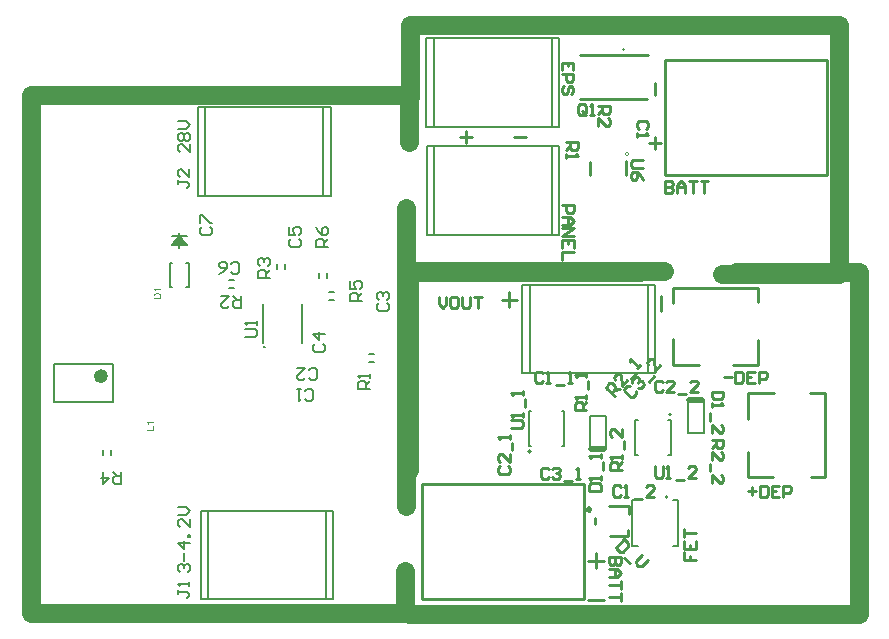
<source format=gto>
G04*
G04 #@! TF.GenerationSoftware,Altium Limited,Altium Designer,18.1.9 (240)*
G04*
G04 Layer_Color=65535*
%FSLAX44Y44*%
%MOMM*%
G71*
G01*
G75*
%ADD16C,0.2540*%
%ADD39C,1.6000*%
%ADD43C,0.1000*%
%ADD44C,0.1270*%
%ADD45C,0.6000*%
%ADD46C,0.2000*%
%ADD47C,0.1524*%
%ADD48C,0.5000*%
G36*
X110490Y273260D02*
Y272470D01*
X105477D01*
X105486Y272460D01*
X105525Y272421D01*
X105574Y272353D01*
X105642Y272265D01*
X105730Y272158D01*
X105818Y272031D01*
X105925Y271885D01*
X106023Y271719D01*
Y271709D01*
X106033Y271700D01*
X106072Y271641D01*
X106120Y271553D01*
X106179Y271446D01*
X106247Y271319D01*
X106306Y271183D01*
X106374Y271036D01*
X106433Y270900D01*
X105662D01*
Y270910D01*
X105652Y270929D01*
X105633Y270968D01*
X105603Y271007D01*
X105574Y271066D01*
X105545Y271134D01*
X105457Y271290D01*
X105350Y271465D01*
X105223Y271660D01*
X105077Y271856D01*
X104921Y272041D01*
X104911Y272051D01*
X104901Y272060D01*
X104843Y272119D01*
X104755Y272207D01*
X104648Y272314D01*
X104511Y272431D01*
X104365Y272548D01*
X104209Y272655D01*
X104053Y272743D01*
Y273260D01*
X110490D01*
D02*
G37*
G36*
X104092Y266784D02*
X104101Y266959D01*
X104121Y267154D01*
X104150Y267340D01*
X104179Y267496D01*
Y267505D01*
X104189Y267525D01*
Y267544D01*
X104209Y267584D01*
X104238Y267691D01*
X104287Y267818D01*
X104345Y267964D01*
X104423Y268120D01*
X104521Y268276D01*
X104638Y268432D01*
Y268442D01*
X104657Y268452D01*
X104716Y268520D01*
X104813Y268608D01*
X104940Y268715D01*
X105096Y268842D01*
X105282Y268969D01*
X105496Y269086D01*
X105740Y269193D01*
X105750D01*
X105769Y269203D01*
X105808Y269212D01*
X105857Y269232D01*
X105916Y269251D01*
X105994Y269271D01*
X106081Y269300D01*
X106179Y269320D01*
X106286Y269339D01*
X106403Y269368D01*
X106657Y269408D01*
X106940Y269437D01*
X107252Y269447D01*
X107262D01*
X107281D01*
X107320D01*
X107379D01*
X107437Y269437D01*
X107515D01*
X107691Y269427D01*
X107886Y269408D01*
X108110Y269368D01*
X108335Y269329D01*
X108549Y269271D01*
X108559D01*
X108578Y269261D01*
X108608Y269251D01*
X108647Y269242D01*
X108744Y269203D01*
X108881Y269154D01*
X109027Y269095D01*
X109183Y269017D01*
X109339Y268930D01*
X109485Y268832D01*
X109505Y268822D01*
X109544Y268783D01*
X109612Y268734D01*
X109700Y268656D01*
X109788Y268578D01*
X109885Y268471D01*
X109983Y268364D01*
X110071Y268247D01*
X110080Y268237D01*
X110100Y268188D01*
X110139Y268120D01*
X110188Y268032D01*
X110236Y267925D01*
X110285Y267798D01*
X110334Y267652D01*
X110383Y267486D01*
Y267467D01*
X110402Y267408D01*
X110412Y267320D01*
X110431Y267193D01*
X110451Y267047D01*
X110471Y266871D01*
X110480Y266677D01*
X110490Y266462D01*
Y264160D01*
X104082D01*
Y266618D01*
X104092Y266784D01*
D02*
G37*
G36*
X104648Y160311D02*
Y159521D01*
X99635D01*
X99644Y159511D01*
X99683Y159472D01*
X99732Y159403D01*
X99801Y159316D01*
X99888Y159208D01*
X99976Y159082D01*
X100083Y158935D01*
X100181Y158770D01*
Y158760D01*
X100191Y158750D01*
X100230Y158692D01*
X100278Y158604D01*
X100337Y158496D01*
X100405Y158370D01*
X100464Y158233D01*
X100532Y158087D01*
X100590Y157950D01*
X99820D01*
Y157960D01*
X99810Y157979D01*
X99791Y158019D01*
X99761Y158057D01*
X99732Y158116D01*
X99703Y158184D01*
X99615Y158340D01*
X99508Y158516D01*
X99381Y158711D01*
X99235Y158906D01*
X99079Y159091D01*
X99069Y159101D01*
X99059Y159111D01*
X99001Y159169D01*
X98913Y159257D01*
X98806Y159365D01*
X98669Y159481D01*
X98523Y159599D01*
X98367Y159706D01*
X98211Y159794D01*
Y160311D01*
X104648D01*
D02*
G37*
G36*
X103897Y153503D02*
Y156653D01*
X104648D01*
Y152654D01*
X98240D01*
Y153503D01*
X103897D01*
D02*
G37*
%LPC*%
G36*
X104833Y266345D02*
Y265009D01*
X109739D01*
Y266472D01*
X109729Y266579D01*
X109719Y266725D01*
X109710Y266881D01*
X109690Y267047D01*
X109661Y267203D01*
X109622Y267349D01*
X109612Y267369D01*
X109602Y267408D01*
X109573Y267476D01*
X109534Y267554D01*
X109485Y267652D01*
X109437Y267749D01*
X109368Y267837D01*
X109290Y267925D01*
X109281Y267935D01*
X109232Y267974D01*
X109164Y268032D01*
X109076Y268100D01*
X108959Y268169D01*
X108822Y268247D01*
X108656Y268325D01*
X108481Y268393D01*
X108471D01*
X108461Y268403D01*
X108432Y268413D01*
X108393Y268422D01*
X108344Y268432D01*
X108286Y268452D01*
X108139Y268481D01*
X107954Y268510D01*
X107739Y268539D01*
X107505Y268559D01*
X107242Y268569D01*
X107232D01*
X107193D01*
X107144D01*
X107076D01*
X106988Y268559D01*
X106891Y268549D01*
X106784Y268539D01*
X106676Y268530D01*
X106423Y268491D01*
X106169Y268432D01*
X105925Y268344D01*
X105808Y268296D01*
X105701Y268237D01*
X105691D01*
X105681Y268218D01*
X105652Y268208D01*
X105613Y268179D01*
X105516Y268110D01*
X105408Y268013D01*
X105282Y267896D01*
X105164Y267759D01*
X105057Y267603D01*
X104970Y267437D01*
X104960Y267418D01*
X104950Y267369D01*
X104930Y267291D01*
X104901Y267174D01*
X104872Y267018D01*
X104852Y266833D01*
X104843Y266608D01*
X104833Y266345D01*
D02*
G37*
%LPD*%
D16*
X464820Y433818D02*
X522224D01*
X465328Y470662D02*
X522732D01*
X473202Y380616D02*
Y369316D01*
X503682Y380920D02*
Y369570D01*
X673862Y466915D02*
Y369759D01*
X537399D02*
X673862D01*
X537399Y466726D02*
Y369759D01*
Y466726D02*
X673226D01*
X363220Y401317D02*
X373377D01*
X368298Y406396D02*
Y396239D01*
X408925Y401317D02*
X419082D01*
X528322Y391160D02*
Y401317D01*
X523244Y396238D02*
X533401D01*
X528322Y436865D02*
Y447022D01*
X518617Y382270D02*
X510286D01*
X508620Y380604D01*
Y377272D01*
X510286Y375606D01*
X518617D01*
Y365609D02*
X516951Y368941D01*
X513618Y372273D01*
X510286D01*
X508620Y370607D01*
Y367275D01*
X510286Y365609D01*
X511952D01*
X513618Y367275D01*
Y372273D01*
X480710Y427990D02*
X490707D01*
Y422992D01*
X489041Y421325D01*
X485708D01*
X484042Y422992D01*
Y427990D01*
Y424658D02*
X480710Y421325D01*
Y411329D02*
Y417993D01*
X487374Y411329D01*
X489041D01*
X490707Y412995D01*
Y416327D01*
X489041Y417993D01*
X453390Y397510D02*
X463387D01*
Y392512D01*
X461721Y390845D01*
X458388D01*
X456722Y392512D01*
Y397510D01*
Y394178D02*
X453390Y390845D01*
Y387513D02*
Y384181D01*
Y385847D01*
X463387D01*
X461721Y387513D01*
X470201Y421595D02*
Y428260D01*
X468534Y429926D01*
X465202D01*
X463536Y428260D01*
Y421595D01*
X465202Y419929D01*
X468534D01*
X466868Y423261D02*
X470201Y419929D01*
X468534D02*
X470201Y421595D01*
X473533Y419929D02*
X476865D01*
X475199D01*
Y429926D01*
X473533Y428260D01*
X449980Y344170D02*
X459977D01*
Y339172D01*
X458311Y337505D01*
X454978D01*
X453312Y339172D01*
Y344170D01*
X449980Y334173D02*
X456645D01*
X459977Y330841D01*
X456645Y327509D01*
X449980D01*
X454978D01*
Y334173D01*
X449980Y324176D02*
X459977D01*
X449980Y317512D01*
X459977D01*
Y307515D02*
Y314180D01*
X449980D01*
Y307515D01*
X454978Y314180D02*
Y310847D01*
X459977Y304183D02*
X449980D01*
Y297518D01*
X459577Y457992D02*
Y464657D01*
X449580D01*
Y457992D01*
X454578Y464657D02*
Y461325D01*
X449580Y454660D02*
X459577D01*
Y449662D01*
X457911Y447995D01*
X454578D01*
X452912Y449662D01*
Y454660D01*
X457911Y437999D02*
X459577Y439665D01*
Y442997D01*
X457911Y444663D01*
X456245D01*
X454578Y442997D01*
Y439665D01*
X452912Y437999D01*
X451246D01*
X449580Y439665D01*
Y442997D01*
X451246Y444663D01*
X521411Y408625D02*
X523077Y410292D01*
Y413624D01*
X521411Y415290D01*
X514746D01*
X513080Y413624D01*
Y410292D01*
X514746Y408625D01*
X513080Y405293D02*
Y401961D01*
Y403627D01*
X523077D01*
X521411Y405293D01*
X537210Y364327D02*
Y354330D01*
X542208D01*
X543875Y355996D01*
Y357662D01*
X542208Y359328D01*
X537210D01*
X542208D01*
X543875Y360994D01*
Y362661D01*
X542208Y364327D01*
X537210D01*
X547207Y354330D02*
Y360994D01*
X550539Y364327D01*
X553871Y360994D01*
Y354330D01*
Y359328D01*
X547207D01*
X557204Y364327D02*
X563868D01*
X560536D01*
Y354330D01*
X567200Y364327D02*
X573865D01*
X570533D01*
Y354330D01*
X197751Y223731D02*
G03*
X197824Y223765I141J-211D01*
G01*
X474093Y86106D02*
G03*
X474093Y86106I-1796J0D01*
G01*
X477885Y73660D02*
Y78994D01*
X489889Y89024D02*
X506399D01*
Y82674D02*
Y89024D01*
X490143Y63370D02*
X506145D01*
Y68958D01*
X544100Y273554D02*
X615600D01*
X544100Y261322D02*
Y273554D01*
X615600Y261704D02*
Y273554D01*
X594328Y208554D02*
X615600D01*
Y229826D01*
X544100Y208554D02*
Y230462D01*
Y208554D02*
X565880D01*
X672334Y113380D02*
Y184880D01*
X660102D02*
X672334D01*
X660484Y113380D02*
X672334D01*
X607334D02*
Y134652D01*
Y113380D02*
X628606D01*
X607334Y184880D02*
X629242D01*
X607334Y163100D02*
Y184880D01*
X331668Y10330D02*
Y107485D01*
X468131D01*
Y10519D02*
Y107485D01*
X332304Y10519D02*
X468131D01*
X472297Y9997D02*
X485626D01*
X472297Y43017D02*
X485626D01*
X478961Y49681D02*
Y36352D01*
X534103Y254000D02*
Y267329D01*
X398780Y263997D02*
X412109D01*
X405444Y270661D02*
Y257332D01*
X553323Y49844D02*
Y43180D01*
X558322D01*
Y46512D01*
Y43180D01*
X563320D01*
X553323Y59841D02*
Y53177D01*
X563320D01*
Y59841D01*
X558322Y53177D02*
Y56509D01*
X553323Y63174D02*
Y69838D01*
Y66506D01*
X563320D01*
X502104Y60910D02*
X495575Y53340D01*
X499360Y50075D01*
X501710Y50249D01*
X506062Y55296D01*
X505889Y57646D01*
X502104Y60910D01*
X502057Y45549D02*
X507103Y41196D01*
X517244Y47852D02*
X512891Y42805D01*
X513238Y38105D01*
X517938Y38452D01*
X522291Y43499D01*
X472603Y101600D02*
X482600D01*
Y106598D01*
X480934Y108265D01*
X474269D01*
X472603Y106598D01*
Y101600D01*
X482600Y111597D02*
Y114929D01*
Y113263D01*
X472603D01*
X474269Y111597D01*
X484266Y119927D02*
Y126592D01*
X482600Y129924D02*
Y133257D01*
Y131590D01*
X472603D01*
X474269Y129924D01*
X576580Y145146D02*
X586577D01*
Y140147D01*
X584911Y138481D01*
X581578D01*
X579912Y140147D01*
Y145146D01*
Y141813D02*
X576580Y138481D01*
Y128484D02*
Y135149D01*
X583245Y128484D01*
X584911D01*
X586577Y130150D01*
Y133483D01*
X584911Y135149D01*
X574914Y125152D02*
Y118488D01*
X576580Y108491D02*
Y115155D01*
X583245Y108491D01*
X584911D01*
X586577Y110157D01*
Y113489D01*
X584911Y115155D01*
X494525Y182736D02*
X486845Y189136D01*
X490045Y192976D01*
X492392Y193189D01*
X494952Y191056D01*
X495165Y188709D01*
X491965Y184869D01*
X494098Y187429D02*
X498792Y187856D01*
X505191Y195535D02*
X500925Y190416D01*
X500071Y199802D01*
X498792Y200869D01*
X496445Y200655D01*
X494312Y198095D01*
X494525Y195749D01*
X508605Y197029D02*
X512871Y202148D01*
X513724Y205775D02*
X515858Y208335D01*
X514791Y207055D01*
X507111Y213455D01*
X507325Y211108D01*
X586577Y186080D02*
X576580D01*
Y181082D01*
X578246Y179415D01*
X584911D01*
X586577Y181082D01*
Y186080D01*
X576580Y176083D02*
Y172751D01*
Y174417D01*
X586577D01*
X584911Y176083D01*
X574914Y167752D02*
Y161088D01*
X576580Y151091D02*
Y157756D01*
X583245Y151091D01*
X584911D01*
X586577Y152757D01*
Y156090D01*
X584911Y157756D01*
X528378Y123130D02*
X528330Y114800D01*
X529986Y113124D01*
X533318Y113105D01*
X534994Y114761D01*
X535042Y123092D01*
X538317Y113076D02*
X541649Y113056D01*
X539983Y113066D01*
X540041Y123063D01*
X538365Y121406D01*
X546637Y111361D02*
X553302Y111323D01*
X563308Y112931D02*
X556644Y112970D01*
X563347Y119595D01*
X563356Y121262D01*
X561700Y122937D01*
X558368Y122957D01*
X556692Y121300D01*
X406563Y154940D02*
X414894D01*
X416560Y156606D01*
Y159938D01*
X414894Y161604D01*
X406563D01*
X416560Y164937D02*
Y168269D01*
Y166603D01*
X406563D01*
X408229Y164937D01*
X418226Y173267D02*
Y179932D01*
X416560Y183264D02*
Y186597D01*
Y184930D01*
X406563D01*
X408229Y183264D01*
X345440Y266537D02*
Y259872D01*
X348772Y256540D01*
X352104Y259872D01*
Y266537D01*
X360435D02*
X357103D01*
X355437Y264871D01*
Y258206D01*
X357103Y256540D01*
X360435D01*
X362101Y258206D01*
Y264871D01*
X360435Y266537D01*
X365434D02*
Y258206D01*
X367100Y256540D01*
X370432D01*
X372098Y258206D01*
Y266537D01*
X375430D02*
X382095D01*
X378763D01*
Y256540D01*
X500600Y119380D02*
X490603D01*
Y124378D01*
X492270Y126045D01*
X495602D01*
X497268Y124378D01*
Y119380D01*
Y122712D02*
X500600Y126045D01*
Y129377D02*
Y132709D01*
Y131043D01*
X490603D01*
X492270Y129377D01*
X502266Y137707D02*
Y144372D01*
X500600Y154369D02*
Y147704D01*
X493936Y154369D01*
X492270D01*
X490603Y152703D01*
Y149370D01*
X492270Y147704D01*
X470590Y170180D02*
X460593D01*
Y175178D01*
X462259Y176845D01*
X465592D01*
X467258Y175178D01*
Y170180D01*
Y173512D02*
X470590Y176845D01*
Y180177D02*
Y183509D01*
Y181843D01*
X460593D01*
X462259Y180177D01*
X472256Y188507D02*
Y195172D01*
X470590Y198504D02*
Y201836D01*
Y200170D01*
X460593D01*
X462259Y198504D01*
X586740Y198038D02*
X593405D01*
X596737Y203037D02*
Y193040D01*
X601735D01*
X603401Y194706D01*
Y201371D01*
X601735Y203037D01*
X596737D01*
X613398D02*
X606734D01*
Y193040D01*
X613398D01*
X606734Y198038D02*
X610066D01*
X616730Y193040D02*
Y203037D01*
X621729D01*
X623395Y201371D01*
Y198038D01*
X621729Y196372D01*
X616730D01*
X607334Y101518D02*
X613998D01*
X610666Y104851D02*
Y98186D01*
X617331Y106517D02*
Y96520D01*
X622329D01*
X623995Y98186D01*
Y104851D01*
X622329Y106517D01*
X617331D01*
X633992D02*
X627328D01*
Y96520D01*
X633992D01*
X627328Y101518D02*
X630660D01*
X637324Y96520D02*
Y106517D01*
X642323D01*
X643989Y104851D01*
Y101518D01*
X642323Y99852D01*
X637324D01*
X507276Y190820D02*
X504927Y190638D01*
X502760Y188107D01*
X502942Y185758D01*
X508004Y181424D01*
X510354Y181606D01*
X512521Y184137D01*
X512339Y186486D01*
X509443Y193352D02*
X509261Y195701D01*
X511428Y198232D01*
X513778Y198414D01*
X515043Y197331D01*
X515225Y194982D01*
X514142Y193716D01*
X515225Y194982D01*
X517574Y195164D01*
X518840Y194080D01*
X519022Y191731D01*
X516855Y189200D01*
X514506Y189018D01*
X523539Y194444D02*
X527873Y199507D01*
X533109Y208184D02*
X528774Y203122D01*
X528046Y212519D01*
X526780Y213602D01*
X524431Y213420D01*
X522264Y210889D01*
X522446Y208540D01*
X438465Y120091D02*
X436798Y121757D01*
X433466D01*
X431800Y120091D01*
Y113426D01*
X433466Y111760D01*
X436798D01*
X438465Y113426D01*
X441797Y120091D02*
X443463Y121757D01*
X446795D01*
X448461Y120091D01*
Y118425D01*
X446795Y116758D01*
X445129D01*
X446795D01*
X448461Y115092D01*
Y113426D01*
X446795Y111760D01*
X443463D01*
X441797Y113426D01*
X451794Y110094D02*
X458458D01*
X461790Y111760D02*
X465123D01*
X463456D01*
Y121757D01*
X461790Y120091D01*
X534985Y193751D02*
X533318Y195417D01*
X529986D01*
X528320Y193751D01*
Y187086D01*
X529986Y185420D01*
X533318D01*
X534985Y187086D01*
X544981Y185420D02*
X538317D01*
X544981Y192085D01*
Y193751D01*
X543315Y195417D01*
X539983D01*
X538317Y193751D01*
X548314Y183754D02*
X554978D01*
X564975Y185420D02*
X558310D01*
X564975Y192085D01*
Y193751D01*
X563309Y195417D01*
X559977D01*
X558310Y193751D01*
X397609Y122885D02*
X395943Y121218D01*
Y117886D01*
X397609Y116220D01*
X404274D01*
X405940Y117886D01*
Y121218D01*
X404274Y122885D01*
X405940Y132881D02*
Y126217D01*
X399276Y132881D01*
X397609D01*
X395943Y131215D01*
Y127883D01*
X397609Y126217D01*
X407606Y136214D02*
Y142878D01*
X405940Y146210D02*
Y149543D01*
Y147877D01*
X395943D01*
X397609Y146210D01*
X499425Y105232D02*
X497758Y106898D01*
X494426D01*
X492760Y105232D01*
Y98567D01*
X494426Y96901D01*
X497758D01*
X499425Y98567D01*
X502757Y96901D02*
X506089D01*
X504423D01*
Y106898D01*
X502757Y105232D01*
X511087Y95235D02*
X517752D01*
X527749Y96901D02*
X521084D01*
X527749Y103566D01*
Y105232D01*
X526083Y106898D01*
X522750D01*
X521084Y105232D01*
X433385Y201371D02*
X431718Y203037D01*
X428386D01*
X426720Y201371D01*
Y194706D01*
X428386Y193040D01*
X431718D01*
X433385Y194706D01*
X436717Y193040D02*
X440049D01*
X438383D01*
Y203037D01*
X436717Y201371D01*
X445047Y191374D02*
X451712D01*
X455044Y193040D02*
X458377D01*
X456710D01*
Y203037D01*
X455044Y201371D01*
X499886Y45720D02*
X489889D01*
Y40722D01*
X491555Y39056D01*
X493221D01*
X494887Y40722D01*
Y45720D01*
Y40722D01*
X496553Y39056D01*
X498220D01*
X499886Y40722D01*
Y45720D01*
X489889Y35723D02*
X496553D01*
X499886Y32391D01*
X496553Y29059D01*
X489889D01*
X494887D01*
Y35723D01*
X499886Y25726D02*
Y19062D01*
Y22394D01*
X489889D01*
X499886Y15730D02*
Y9065D01*
Y12397D01*
X489889D01*
D39*
X535940Y288290D02*
X326390Y288290D01*
X321310Y496570D02*
Y435610D01*
Y496570D02*
X684530D01*
Y285750D01*
X585470Y285750D02*
X684530D01*
X320040Y397510D02*
Y436880D01*
X318010Y88900D02*
X318010Y341630D01*
X317250Y-1248D02*
Y34290D01*
X321310Y436880D02*
X0D01*
Y-1270D02*
Y436880D01*
Y-1270D02*
X321310Y-1248D01*
X596900Y287020D02*
X701040D01*
X322580D02*
X515620D01*
X320040Y119380D02*
Y287020D01*
X701040Y-2540D02*
Y287020D01*
X320040Y-2540D02*
X701040D01*
D43*
X501904Y474488D02*
G03*
X501904Y474488I0J1000D01*
G01*
X504952Y385596D02*
G03*
X504952Y385596I0J1500D01*
G01*
D44*
X335560Y393680D02*
Y318680D01*
Y393680D02*
X341560D01*
X441560D01*
X447560D01*
Y318680D01*
X441560D02*
X447560D01*
X341560D02*
X441560D01*
X335560D02*
X341560D01*
Y393680D02*
Y318680D01*
X441560Y393680D02*
Y318680D01*
X335160Y485120D02*
Y410120D01*
Y485120D02*
X341160D01*
X441160D01*
X447160D01*
Y410120D01*
X441160D02*
X447160D01*
X341160D02*
X441160D01*
X335160D02*
X341160D01*
Y485120D02*
Y410120D01*
X441160Y485120D02*
Y410120D01*
X249875Y10180D02*
Y85180D01*
X149875Y10180D02*
Y85180D01*
X143875D01*
X249875D02*
X149875D01*
X255875D02*
X249875D01*
X255875Y10180D02*
Y85180D01*
Y10180D02*
X249875D01*
X149875D01*
X143875D01*
Y85180D01*
X247892Y351810D02*
Y426810D01*
X147892Y351810D02*
Y426810D01*
X141892D01*
X247892D02*
X147892D01*
X253892D02*
X247892D01*
X253892Y351810D02*
Y426810D01*
Y351810D02*
X247892D01*
X147892D01*
X141892D01*
Y426810D01*
X416440Y201437D02*
Y276437D01*
X422440D01*
X522440D01*
X528440D01*
Y201437D02*
Y276437D01*
X522440Y201437D02*
X528440D01*
X422440D02*
X522440D01*
X416440D02*
X422440D01*
Y276437D01*
X522440Y201437D02*
Y276437D01*
X511895Y132176D02*
X513895D01*
X511895D02*
Y162176D01*
X513895D01*
X539895Y132176D02*
X541895D01*
Y162176D01*
X539895D02*
X541895D01*
X449880Y169940D02*
X451880D01*
Y139940D02*
Y169940D01*
X449880Y139940D02*
X451880D01*
X421880Y169940D02*
X423880D01*
X421880Y139940D02*
Y169940D01*
Y139940D02*
X423880D01*
D45*
X59450Y202040D02*
G03*
X59450Y202040I0J-3000D01*
G01*
D46*
X19450Y177040D02*
Y209040D01*
X69450Y177040D02*
Y209040D01*
Y177040D02*
X19450D01*
X69450Y209040D02*
X19450D01*
X171952Y273360D02*
X167952D01*
X171952Y280360D02*
X167952D01*
X68270Y132620D02*
Y136620D01*
X61270Y132620D02*
Y136620D01*
X244150Y282600D02*
Y286600D01*
X251150Y282600D02*
Y286600D01*
X215362Y290100D02*
Y294100D01*
X208362Y290100D02*
Y294100D01*
X257042Y263200D02*
X253042D01*
X257042Y270200D02*
X253042D01*
X290775Y218130D02*
X286775D01*
X290775Y211130D02*
X286775D01*
X134620Y395285D02*
Y388620D01*
X127956Y395285D01*
X126289D01*
X124623Y393618D01*
Y390286D01*
X126289Y388620D01*
Y398617D02*
X124623Y400283D01*
Y403615D01*
X126289Y405281D01*
X127956D01*
X129622Y403615D01*
X131288Y405281D01*
X132954D01*
X134620Y403615D01*
Y400283D01*
X132954Y398617D01*
X131288D01*
X129622Y400283D01*
X127956Y398617D01*
X126289D01*
X129622Y400283D02*
Y403615D01*
X124623Y408614D02*
X131288D01*
X134620Y411946D01*
X131288Y415278D01*
X124623D01*
X126289Y33020D02*
X124623Y34686D01*
Y38018D01*
X126289Y39685D01*
X127956D01*
X129622Y38018D01*
Y36352D01*
Y38018D01*
X131288Y39685D01*
X132954D01*
X134620Y38018D01*
Y34686D01*
X132954Y33020D01*
X129622Y43017D02*
Y49681D01*
X134620Y58012D02*
X124623D01*
X129622Y53014D01*
Y59678D01*
X134620Y63010D02*
X132954D01*
Y64676D01*
X134620D01*
Y63010D01*
Y78005D02*
Y71341D01*
X127956Y78005D01*
X126289D01*
X124623Y76339D01*
Y73007D01*
X126289Y71341D01*
X124623Y81338D02*
X131288D01*
X134620Y84670D01*
X131288Y88002D01*
X124623D01*
X181545Y232410D02*
X189876D01*
X191542Y234076D01*
Y237408D01*
X189876Y239074D01*
X181545D01*
X191542Y242407D02*
Y245739D01*
Y244073D01*
X181545D01*
X183211Y242407D01*
X76200Y118110D02*
Y108113D01*
X71202D01*
X69535Y109779D01*
Y113112D01*
X71202Y114778D01*
X76200D01*
X72868D02*
X69535Y118110D01*
X61205D02*
Y108113D01*
X66203Y113112D01*
X59539D01*
X202550Y282620D02*
X192553D01*
Y287618D01*
X194219Y289285D01*
X197552D01*
X199218Y287618D01*
Y282620D01*
Y285952D02*
X202550Y289285D01*
X194219Y292617D02*
X192553Y294283D01*
Y297615D01*
X194219Y299281D01*
X195886D01*
X197552Y297615D01*
Y295949D01*
Y297615D01*
X199218Y299281D01*
X200884D01*
X202550Y297615D01*
Y294283D01*
X200884Y292617D01*
X251460Y308610D02*
X241463D01*
Y313608D01*
X243129Y315275D01*
X246462D01*
X248128Y313608D01*
Y308610D01*
Y311942D02*
X251460Y315275D01*
X241463Y325271D02*
X243129Y321939D01*
X246462Y318607D01*
X249794D01*
X251460Y320273D01*
Y323605D01*
X249794Y325271D01*
X248128D01*
X246462Y323605D01*
Y318607D01*
X280670Y262890D02*
X270673D01*
Y267888D01*
X272339Y269555D01*
X275672D01*
X277338Y267888D01*
Y262890D01*
Y266222D02*
X280670Y269555D01*
X270673Y279551D02*
Y272887D01*
X275672D01*
X274006Y276219D01*
Y277885D01*
X275672Y279551D01*
X279004D01*
X280670Y277885D01*
Y274553D01*
X279004Y272887D01*
X177800Y266700D02*
Y256703D01*
X172802D01*
X171136Y258369D01*
Y261702D01*
X172802Y263368D01*
X177800D01*
X174468D02*
X171136Y266700D01*
X161139D02*
X167803D01*
X161139Y260035D01*
Y258369D01*
X162805Y256703D01*
X166137D01*
X167803Y258369D01*
X287020Y187960D02*
X277023D01*
Y192958D01*
X278689Y194625D01*
X282022D01*
X283688Y192958D01*
Y187960D01*
Y191292D02*
X287020Y194625D01*
Y197957D02*
Y201289D01*
Y199623D01*
X277023D01*
X278689Y197957D01*
X124395Y364804D02*
Y361472D01*
Y363138D01*
X132726D01*
X134392Y361472D01*
Y359806D01*
X132726Y358140D01*
X134392Y374801D02*
Y368137D01*
X127727Y374801D01*
X126061D01*
X124395Y373135D01*
Y369803D01*
X126061Y368137D01*
X124395Y18095D02*
Y14762D01*
Y16428D01*
X132726D01*
X134392Y14762D01*
Y13096D01*
X132726Y11430D01*
X134392Y21427D02*
Y24759D01*
Y23093D01*
X124395D01*
X126061Y21427D01*
X145339Y325446D02*
X143673Y323779D01*
Y320447D01*
X145339Y318781D01*
X152004D01*
X153670Y320447D01*
Y323779D01*
X152004Y325446D01*
X143673Y328778D02*
Y335442D01*
X145339D01*
X152004Y328778D01*
X153670D01*
X169865Y287579D02*
X171532Y285913D01*
X174864D01*
X176530Y287579D01*
Y294244D01*
X174864Y295910D01*
X171532D01*
X169865Y294244D01*
X159869Y285913D02*
X163201Y287579D01*
X166533Y290912D01*
Y294244D01*
X164867Y295910D01*
X161535D01*
X159869Y294244D01*
Y292578D01*
X161535Y290912D01*
X166533D01*
X232096Y179629D02*
X233762Y177963D01*
X237094D01*
X238760Y179629D01*
Y186294D01*
X237094Y187960D01*
X233762D01*
X232096Y186294D01*
X228763Y187960D02*
X225431D01*
X227097D01*
Y177963D01*
X228763Y179629D01*
X220269Y315275D02*
X218603Y313608D01*
Y310276D01*
X220269Y308610D01*
X226934D01*
X228600Y310276D01*
Y313608D01*
X226934Y315275D01*
X218603Y325271D02*
Y318607D01*
X223602D01*
X221936Y321939D01*
Y323605D01*
X223602Y325271D01*
X226934D01*
X228600Y323605D01*
Y320273D01*
X226934Y318607D01*
X240589Y226374D02*
X238923Y224708D01*
Y221376D01*
X240589Y219710D01*
X247254D01*
X248920Y221376D01*
Y224708D01*
X247254Y226374D01*
X248920Y234705D02*
X238923D01*
X243922Y229707D01*
Y236371D01*
X295199Y260665D02*
X293533Y258998D01*
Y255666D01*
X295199Y254000D01*
X301864D01*
X303530Y255666D01*
Y258998D01*
X301864Y260665D01*
X295199Y263997D02*
X293533Y265663D01*
Y268995D01*
X295199Y270661D01*
X296866D01*
X298532Y268995D01*
Y267329D01*
Y268995D01*
X300198Y270661D01*
X301864D01*
X303530Y268995D01*
Y265663D01*
X301864Y263997D01*
X235905Y197409D02*
X237572Y195743D01*
X240904D01*
X242570Y197409D01*
Y204074D01*
X240904Y205740D01*
X237572D01*
X235905Y204074D01*
X225909Y205740D02*
X232573D01*
X225909Y199076D01*
Y197409D01*
X227575Y195743D01*
X230907D01*
X232573Y197409D01*
X542373Y166676D02*
G03*
X542373Y166676I-1000J0D01*
G01*
X423402Y135440D02*
G03*
X423402Y135440I-1000J0D01*
G01*
X486810Y137160D02*
Y165650D01*
X473310D02*
X486810D01*
X473310Y137160D02*
Y165650D01*
X556265Y150882D02*
Y179372D01*
Y150882D02*
X569765D01*
Y179372D01*
D47*
X120117Y294767D02*
X117729D01*
X133731D02*
X131343D01*
X133731Y274193D02*
Y294767D01*
X120117Y274193D02*
X117729D01*
Y294767D01*
X132080Y310388D02*
X119380D01*
X124460D02*
X125730Y318008D01*
X123190Y310388D02*
X125730Y318008D01*
X121920Y310388D02*
X125730Y318008D01*
X120650Y310388D02*
X125730Y318008D01*
X119380Y310388D02*
X125730Y318008D01*
X127000Y310388D02*
X125730Y318008D01*
X128270Y310388D02*
X125730Y318008D01*
X129540Y310388D02*
X125730Y318008D01*
X130810Y310388D02*
X125730Y318008D01*
X132080Y310388D02*
X125730Y318008D01*
X132080D02*
X119380D01*
X125730Y307848D02*
Y320548D01*
X133731Y274193D02*
X131343D01*
X229896Y227076D02*
Y260604D01*
X196368Y227076D02*
Y260604D01*
X539352Y96696D02*
G03*
X539352Y96696I-762J0D01*
G01*
X509282Y55372D02*
Y94488D01*
Y55372D02*
X513975D01*
X548398D02*
Y94488D01*
X543705D02*
X548398D01*
X509282D02*
X513975D01*
X543705Y55372D02*
X548398D01*
D48*
X474830Y137410D02*
X485330D01*
X557745Y179122D02*
X568245D01*
M02*

</source>
